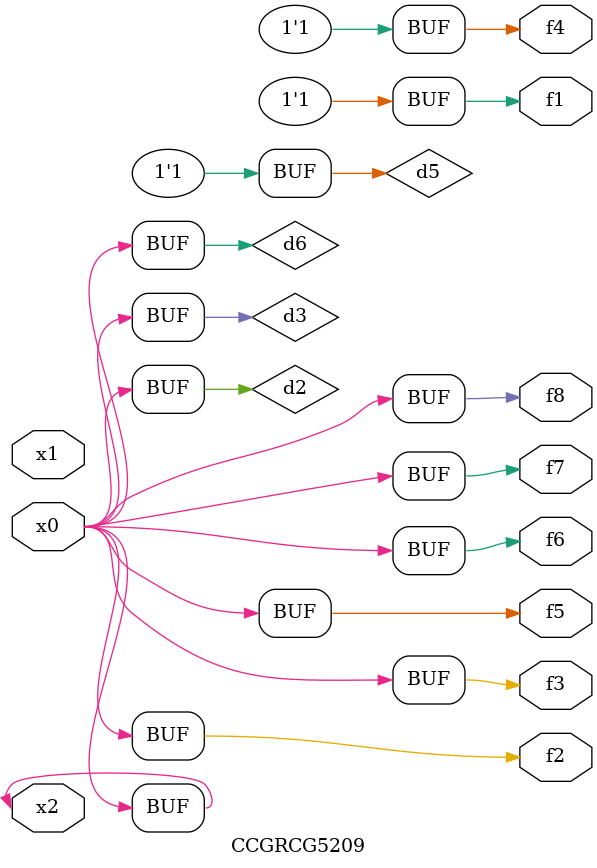
<source format=v>
module CCGRCG5209(
	input x0, x1, x2,
	output f1, f2, f3, f4, f5, f6, f7, f8
);

	wire d1, d2, d3, d4, d5, d6;

	xnor (d1, x2);
	buf (d2, x0, x2);
	and (d3, x0);
	xnor (d4, x1, x2);
	nand (d5, d1, d3);
	buf (d6, d2, d3);
	assign f1 = d5;
	assign f2 = d6;
	assign f3 = d6;
	assign f4 = d5;
	assign f5 = d6;
	assign f6 = d6;
	assign f7 = d6;
	assign f8 = d6;
endmodule

</source>
